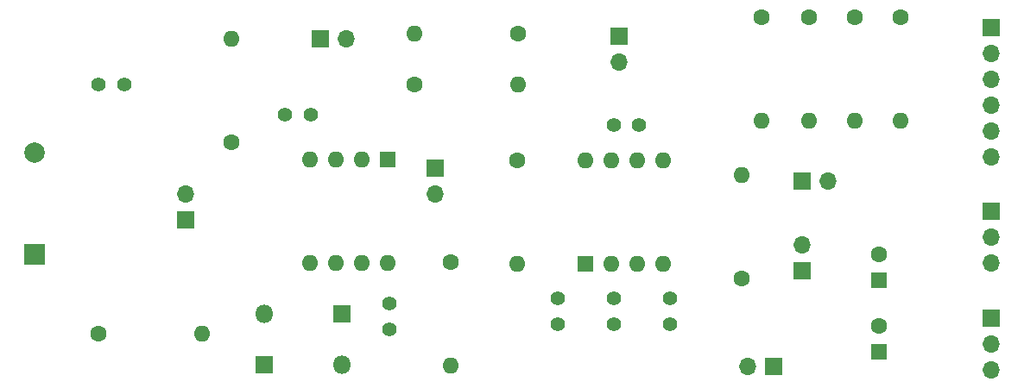
<source format=gbr>
%TF.GenerationSoftware,KiCad,Pcbnew,9.0.0*%
%TF.CreationDate,2025-02-27T14:13:56+01:00*%
%TF.ProjectId,Second,5365636f-6e64-42e6-9b69-6361645f7063,rev?*%
%TF.SameCoordinates,Original*%
%TF.FileFunction,Soldermask,Bot*%
%TF.FilePolarity,Negative*%
%FSLAX46Y46*%
G04 Gerber Fmt 4.6, Leading zero omitted, Abs format (unit mm)*
G04 Created by KiCad (PCBNEW 9.0.0) date 2025-02-27 14:13:56*
%MOMM*%
%LPD*%
G01*
G04 APERTURE LIST*
%ADD10C,1.600000*%
%ADD11O,1.600000X1.600000*%
%ADD12R,1.700000X1.700000*%
%ADD13O,1.700000X1.700000*%
%ADD14R,1.600000X1.600000*%
%ADD15C,1.400000*%
%ADD16R,2.000000X2.000000*%
%ADD17C,2.000000*%
%ADD18R,1.800000X1.800000*%
%ADD19O,1.800000X1.800000*%
G04 APERTURE END LIST*
D10*
%TO.C,R3*%
X71500000Y-63660000D03*
D11*
X71500000Y-53500000D03*
%TD*%
D12*
%TO.C,J1*%
X67000000Y-71275000D03*
D13*
X67000000Y-68735000D03*
%TD*%
D12*
%TO.C,J7*%
X127500000Y-67500000D03*
D13*
X130040000Y-67500000D03*
%TD*%
D14*
%TO.C,LM567CN1*%
X106200000Y-75600000D03*
D11*
X108740000Y-75600000D03*
X111280000Y-75600000D03*
X113820000Y-75600000D03*
X113820000Y-65440000D03*
X111280000Y-65440000D03*
X108740000Y-65440000D03*
X106200000Y-65440000D03*
%TD*%
D12*
%TO.C,J6*%
X127500000Y-76275000D03*
D13*
X127500000Y-73735000D03*
%TD*%
D12*
%TO.C,J3*%
X80225000Y-53500000D03*
D13*
X82765000Y-53500000D03*
%TD*%
D12*
%TO.C,J2*%
X109500000Y-53225000D03*
D13*
X109500000Y-55765000D03*
%TD*%
D12*
%TO.C,J8*%
X146000000Y-70460000D03*
D13*
X146000000Y-73000000D03*
X146000000Y-75540000D03*
%TD*%
D12*
%TO.C,J4*%
X124675000Y-85650000D03*
D13*
X122135000Y-85650000D03*
%TD*%
D15*
%TO.C,C6*%
X87000000Y-79500000D03*
X87000000Y-82000000D03*
%TD*%
D14*
%TO.C,U1*%
X86800000Y-65400000D03*
D11*
X84260000Y-65400000D03*
X81720000Y-65400000D03*
X79180000Y-65400000D03*
X79180000Y-75560000D03*
X81720000Y-75560000D03*
X84260000Y-75560000D03*
X86800000Y-75560000D03*
%TD*%
D10*
%TO.C,R5*%
X89420000Y-58000000D03*
D11*
X99580000Y-58000000D03*
%TD*%
D16*
%TO.C,MK1*%
X52200000Y-74700000D03*
D17*
X52200000Y-64700000D03*
%TD*%
D10*
%TO.C,R13*%
X128100000Y-51420000D03*
D11*
X128100000Y-61580000D03*
%TD*%
D12*
%TO.C,J10*%
X146000000Y-52380000D03*
D13*
X146000000Y-54920000D03*
X146000000Y-57460000D03*
X146000000Y-60000000D03*
X146000000Y-62540000D03*
X146000000Y-65080000D03*
%TD*%
D10*
%TO.C,R12*%
X132600000Y-51420000D03*
D11*
X132600000Y-61580000D03*
%TD*%
D15*
%TO.C,C1*%
X111500000Y-62000000D03*
X109000000Y-62000000D03*
%TD*%
D10*
%TO.C,R2*%
X99580000Y-53000000D03*
D11*
X89420000Y-53000000D03*
%TD*%
D12*
%TO.C,J9*%
X146000000Y-80960000D03*
D13*
X146000000Y-83500000D03*
X146000000Y-86040000D03*
%TD*%
D10*
%TO.C,R11*%
X137100000Y-51420000D03*
D11*
X137100000Y-61580000D03*
%TD*%
D14*
%TO.C,C9*%
X135000000Y-77205113D03*
D10*
X135000000Y-74705113D03*
%TD*%
D14*
%TO.C,C8*%
X135000000Y-84205113D03*
D10*
X135000000Y-81705113D03*
%TD*%
%TO.C,R14*%
X123500000Y-51420000D03*
D11*
X123500000Y-61580000D03*
%TD*%
D10*
%TO.C,R6*%
X93000000Y-75420000D03*
D11*
X93000000Y-85580000D03*
%TD*%
D15*
%TO.C,C7*%
X79250000Y-61000000D03*
X76750000Y-61000000D03*
%TD*%
%TO.C,C2*%
X109000000Y-81500000D03*
X109000000Y-79000000D03*
%TD*%
%TO.C,C5*%
X58500000Y-58000000D03*
X61000000Y-58000000D03*
%TD*%
D10*
%TO.C,R4*%
X99500000Y-65420000D03*
D11*
X99500000Y-75580000D03*
%TD*%
D15*
%TO.C,C4*%
X114500000Y-81500000D03*
X114500000Y-79000000D03*
%TD*%
D10*
%TO.C,R1*%
X58420000Y-82500000D03*
D11*
X68580000Y-82500000D03*
%TD*%
D12*
%TO.C,J5*%
X91500000Y-66225000D03*
D13*
X91500000Y-68765000D03*
%TD*%
D10*
%TO.C,R7*%
X121500000Y-77080000D03*
D11*
X121500000Y-66920000D03*
%TD*%
D18*
%TO.C,D2*%
X82310000Y-80500000D03*
D19*
X74690000Y-80500000D03*
%TD*%
D18*
%TO.C,D1*%
X74690000Y-85500000D03*
D19*
X82310000Y-85500000D03*
%TD*%
D15*
%TO.C,C3*%
X103500000Y-81500000D03*
X103500000Y-79000000D03*
%TD*%
M02*

</source>
